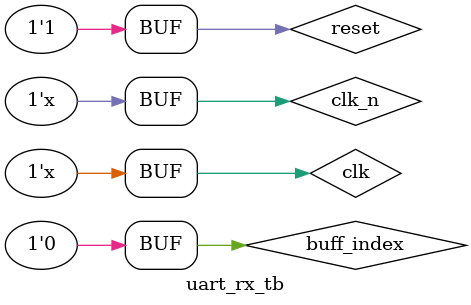
<source format=v>
`timescale 1ns / 1ps
module uart_rx_tb;

	reg clk;
	reg clk_n;

	reg reset;
	reg data_valid = 0;
	reg [7:0] data_byte = 0;
	reg [2:0] current_state = 0;
	reg buff_index = 0;
	reg [7:0] buff [19:0];

	parameter CLKS_PER_BIT = 100000000/230400;

	parameter IDLE=3'b0,
	RX_START_BIT=3'b001,
	RX_DATA_BITS=3'b010,
	RX_STOP_BIT=3'b011,
	CLEAN_UP = 3'b100;

	reg [31:0] clk_count = 0;
	reg [2:0] bit_index = 0;

	wire uart_dout;

	initial
	begin
		clk = 0;
		reset=0;
		#100 reset=1;
	end

	always begin
		#5 clk=!clk;
		clk_n = !clk;
	end

	always @(posedge clk)
	begin
		case(current_state)
		IDLE:
		begin
			data_valid <= 0;
			clk_count <= 0;
			bit_index <= 0;
			if(uart_dout == 1'b0)
				current_state <= RX_START_BIT;
			else
				current_state <= IDLE;
		end
		RX_START_BIT:
		begin
			if(clk_count == (CLKS_PER_BIT-1)/2)
			begin
				if(uart_dout == 1'b0)
				begin
					clk_count <= 0;
					current_state <= RX_DATA_BITS;
				end
				else
					current_state<= IDLE;
			end
			else
			begin
				clk_count <= clk_count +1;
				current_state <= RX_START_BIT;
			end
		end
		RX_DATA_BITS:
		begin
			if(clk_count < CLKS_PER_BIT -1)
			begin
				clk_count <= clk_count + 1;
				current_state <= RX_DATA_BITS;
			end
			else
			begin
				clk_count<=0;
				data_byte[bit_index] <= uart_dout;
				if(bit_index<7)
				begin
					bit_index<=bit_index+1;
					current_state<=RX_DATA_BITS;
				end
				else
				begin
					bit_index <= 0;
					current_state <= RX_STOP_BIT;
				end
			end
		end
		RX_STOP_BIT:
		begin
			if(clk_count < CLKS_PER_BIT-1)
			begin
				clk_count<=clk_count+1;
				current_state<=RX_STOP_BIT;
			end
			else
			begin
				data_valid <= 1;
				clk_count<=0;
				current_state <= CLEAN_UP;
			end
		end
		CLEAN_UP:
		begin
			current_state<=IDLE;
			data_valid <= 0;
		end
		default:
			current_state<=IDLE;
		endcase
	end
	always @(posedge clk)
	begin
		if(data_valid==1'b1)//Just a case used to indicate the end of the test when loaded from the test file.
		begin
			$write("%s",data_byte);//To be sent to the terminal.
		end
	end
	
	design_1_wrapper dut
	(.clock(clk), .reset_rtl(reset),
		.uart_rtl_txd(uart_dout),
		.uart_rtl_rxd()
	);


endmodule
</source>
